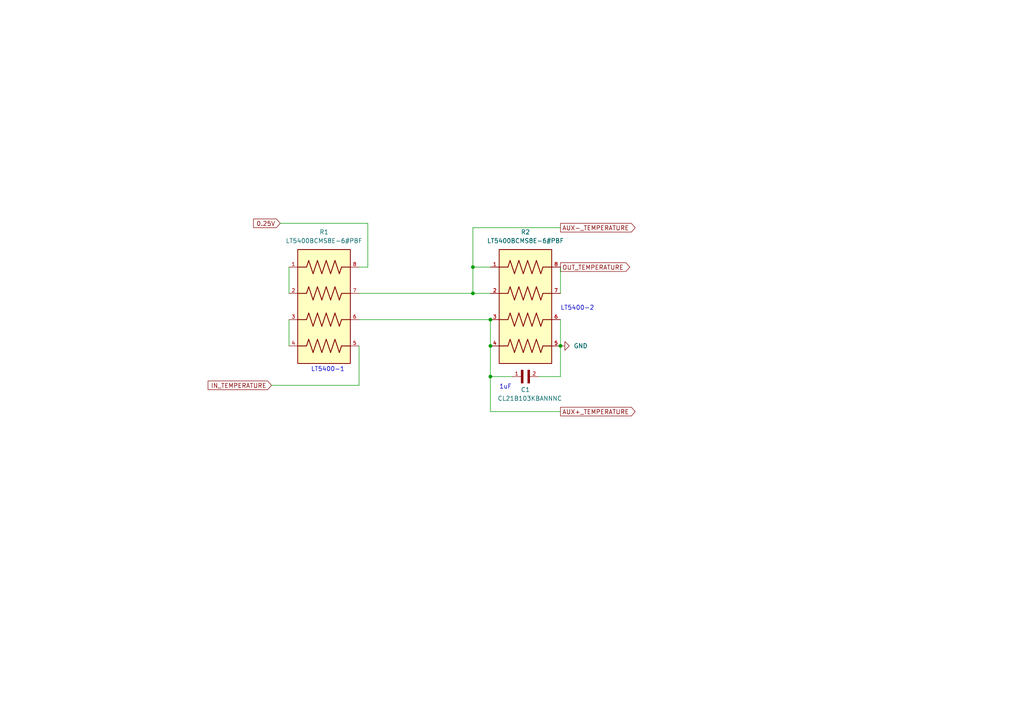
<source format=kicad_sch>
(kicad_sch (version 20211123) (generator eeschema)

  (uuid eff503e7-8c9e-4b05-8110-87348751e6f4)

  (paper "A4")

  (title_block
    (title "Acondicionamiento del sensor de Temperatura")
    (date "2023-06-11")
    (company "UC3M")
    (comment 1 "Además, se añade un filtrado de la señal a 10 Hz.")
    (comment 2 "Se realiza una amplificación de 2 de la señal del sensor.")
  )

  (lib_symbols
    (symbol "CL21B103KBANNNC:CL21B103KBANNNC" (pin_names (offset 1.016)) (in_bom yes) (on_board yes)
      (property "Reference" "C" (id 0) (at 0 3.81 0)
        (effects (font (size 1.27 1.27)) (justify left bottom))
      )
      (property "Value" "CL21B103KBANNNC" (id 1) (at 0 -5.08 0)
        (effects (font (size 1.27 1.27)) (justify left bottom))
      )
      (property "Footprint" "CAPC2012X140N" (id 2) (at 0 0 0)
        (effects (font (size 1.27 1.27)) (justify bottom) hide)
      )
      (property "Datasheet" "" (id 3) (at 0 0 0)
        (effects (font (size 1.27 1.27)) hide)
      )
      (symbol "CL21B103KBANNNC_0_0"
        (rectangle (start 0 -1.905) (end 0.635 1.905)
          (stroke (width 0.1) (type default) (color 0 0 0 0))
          (fill (type outline))
        )
        (rectangle (start 1.905 -1.905) (end 2.54 1.905)
          (stroke (width 0.1) (type default) (color 0 0 0 0))
          (fill (type outline))
        )
        (pin passive line (at 5.08 0 180) (length 2.54)
          (name "~" (effects (font (size 1.016 1.016))))
          (number "1" (effects (font (size 1.016 1.016))))
        )
        (pin passive line (at -2.54 0 0) (length 2.54)
          (name "~" (effects (font (size 1.016 1.016))))
          (number "2" (effects (font (size 1.016 1.016))))
        )
      )
    )
    (symbol "LT5400BCMS8E-6_PBF:LT5400BCMS8E-6#PBF" (pin_names (offset 1.016)) (in_bom yes) (on_board yes)
      (property "Reference" "R" (id 0) (at -7.62 16.51 0)
        (effects (font (size 1.27 1.27)) (justify left bottom))
      )
      (property "Value" "LT5400BCMS8E-6#PBF" (id 1) (at -7.62 -21.59 0)
        (effects (font (size 1.27 1.27)) (justify left bottom))
      )
      (property "Footprint" "SOP65P490X110-9N" (id 2) (at 0 0 0)
        (effects (font (size 1.27 1.27)) (justify bottom) hide)
      )
      (property "Datasheet" "" (id 3) (at 0 0 0)
        (effects (font (size 1.27 1.27)) hide)
      )
      (property "PARTREV" "I" (id 4) (at 0 0 0)
        (effects (font (size 1.27 1.27)) (justify bottom) hide)
      )
      (property "MANUFACTURER" "Linear Technology" (id 5) (at 0 0 0)
        (effects (font (size 1.27 1.27)) (justify bottom) hide)
      )
      (property "MAXIMUM_PACKAGE_HEIGHT" "1.1 mm" (id 6) (at 0 0 0)
        (effects (font (size 1.27 1.27)) (justify bottom) hide)
      )
      (property "STANDARD" "IPC 7351B" (id 7) (at 0 0 0)
        (effects (font (size 1.27 1.27)) (justify bottom) hide)
      )
      (symbol "LT5400BCMS8E-6#PBF_0_0"
        (rectangle (start -7.62 -17.78) (end 7.62 15.24)
          (stroke (width 0.254) (type default) (color 0 0 0 0))
          (fill (type background))
        )
        (polyline
          (pts
            (xy -5.08 -12.7)
            (xy -7.62 -12.7)
          )
          (stroke (width 0.254) (type default) (color 0 0 0 0))
          (fill (type none))
        )
        (polyline
          (pts
            (xy -5.08 -12.7)
            (xy -4.445 -10.795)
          )
          (stroke (width 0.254) (type default) (color 0 0 0 0))
          (fill (type none))
        )
        (polyline
          (pts
            (xy -5.08 -5.08)
            (xy -7.62 -5.08)
          )
          (stroke (width 0.254) (type default) (color 0 0 0 0))
          (fill (type none))
        )
        (polyline
          (pts
            (xy -5.08 -5.08)
            (xy -4.445 -3.175)
          )
          (stroke (width 0.254) (type default) (color 0 0 0 0))
          (fill (type none))
        )
        (polyline
          (pts
            (xy -5.08 2.54)
            (xy -7.62 2.54)
          )
          (stroke (width 0.254) (type default) (color 0 0 0 0))
          (fill (type none))
        )
        (polyline
          (pts
            (xy -5.08 2.54)
            (xy -4.445 4.445)
          )
          (stroke (width 0.254) (type default) (color 0 0 0 0))
          (fill (type none))
        )
        (polyline
          (pts
            (xy -5.08 10.16)
            (xy -7.62 10.16)
          )
          (stroke (width 0.254) (type default) (color 0 0 0 0))
          (fill (type none))
        )
        (polyline
          (pts
            (xy -5.08 10.16)
            (xy -4.445 12.065)
          )
          (stroke (width 0.254) (type default) (color 0 0 0 0))
          (fill (type none))
        )
        (polyline
          (pts
            (xy -4.445 -10.795)
            (xy -3.175 -14.605)
          )
          (stroke (width 0.254) (type default) (color 0 0 0 0))
          (fill (type none))
        )
        (polyline
          (pts
            (xy -4.445 -3.175)
            (xy -3.175 -6.985)
          )
          (stroke (width 0.254) (type default) (color 0 0 0 0))
          (fill (type none))
        )
        (polyline
          (pts
            (xy -4.445 4.445)
            (xy -3.175 0.635)
          )
          (stroke (width 0.254) (type default) (color 0 0 0 0))
          (fill (type none))
        )
        (polyline
          (pts
            (xy -4.445 12.065)
            (xy -3.175 8.255)
          )
          (stroke (width 0.254) (type default) (color 0 0 0 0))
          (fill (type none))
        )
        (polyline
          (pts
            (xy -3.175 -14.605)
            (xy -1.905 -10.795)
          )
          (stroke (width 0.254) (type default) (color 0 0 0 0))
          (fill (type none))
        )
        (polyline
          (pts
            (xy -3.175 -6.985)
            (xy -1.905 -3.175)
          )
          (stroke (width 0.254) (type default) (color 0 0 0 0))
          (fill (type none))
        )
        (polyline
          (pts
            (xy -3.175 0.635)
            (xy -1.905 4.445)
          )
          (stroke (width 0.254) (type default) (color 0 0 0 0))
          (fill (type none))
        )
        (polyline
          (pts
            (xy -3.175 8.255)
            (xy -1.905 12.065)
          )
          (stroke (width 0.254) (type default) (color 0 0 0 0))
          (fill (type none))
        )
        (polyline
          (pts
            (xy -1.905 -10.795)
            (xy -0.635 -14.605)
          )
          (stroke (width 0.254) (type default) (color 0 0 0 0))
          (fill (type none))
        )
        (polyline
          (pts
            (xy -1.905 -3.175)
            (xy -0.635 -6.985)
          )
          (stroke (width 0.254) (type default) (color 0 0 0 0))
          (fill (type none))
        )
        (polyline
          (pts
            (xy -1.905 4.445)
            (xy -0.635 0.635)
          )
          (stroke (width 0.254) (type default) (color 0 0 0 0))
          (fill (type none))
        )
        (polyline
          (pts
            (xy -1.905 12.065)
            (xy -0.635 8.255)
          )
          (stroke (width 0.254) (type default) (color 0 0 0 0))
          (fill (type none))
        )
        (polyline
          (pts
            (xy -0.635 -14.605)
            (xy 0.635 -10.795)
          )
          (stroke (width 0.254) (type default) (color 0 0 0 0))
          (fill (type none))
        )
        (polyline
          (pts
            (xy -0.635 -6.985)
            (xy 0.635 -3.175)
          )
          (stroke (width 0.254) (type default) (color 0 0 0 0))
          (fill (type none))
        )
        (polyline
          (pts
            (xy -0.635 0.635)
            (xy 0.635 4.445)
          )
          (stroke (width 0.254) (type default) (color 0 0 0 0))
          (fill (type none))
        )
        (polyline
          (pts
            (xy -0.635 8.255)
            (xy 0.635 12.065)
          )
          (stroke (width 0.254) (type default) (color 0 0 0 0))
          (fill (type none))
        )
        (polyline
          (pts
            (xy 0.635 -10.795)
            (xy 1.905 -14.605)
          )
          (stroke (width 0.254) (type default) (color 0 0 0 0))
          (fill (type none))
        )
        (polyline
          (pts
            (xy 0.635 -3.175)
            (xy 1.905 -6.985)
          )
          (stroke (width 0.254) (type default) (color 0 0 0 0))
          (fill (type none))
        )
        (polyline
          (pts
            (xy 0.635 4.445)
            (xy 1.905 0.635)
          )
          (stroke (width 0.254) (type default) (color 0 0 0 0))
          (fill (type none))
        )
        (polyline
          (pts
            (xy 0.635 12.065)
            (xy 1.905 8.255)
          )
          (stroke (width 0.254) (type default) (color 0 0 0 0))
          (fill (type none))
        )
        (polyline
          (pts
            (xy 1.905 -14.605)
            (xy 3.175 -10.795)
          )
          (stroke (width 0.254) (type default) (color 0 0 0 0))
          (fill (type none))
        )
        (polyline
          (pts
            (xy 1.905 -6.985)
            (xy 3.175 -3.175)
          )
          (stroke (width 0.254) (type default) (color 0 0 0 0))
          (fill (type none))
        )
        (polyline
          (pts
            (xy 1.905 0.635)
            (xy 3.175 4.445)
          )
          (stroke (width 0.254) (type default) (color 0 0 0 0))
          (fill (type none))
        )
        (polyline
          (pts
            (xy 1.905 8.255)
            (xy 3.175 12.065)
          )
          (stroke (width 0.254) (type default) (color 0 0 0 0))
          (fill (type none))
        )
        (polyline
          (pts
            (xy 3.175 -10.795)
            (xy 4.445 -14.605)
          )
          (stroke (width 0.254) (type default) (color 0 0 0 0))
          (fill (type none))
        )
        (polyline
          (pts
            (xy 3.175 -3.175)
            (xy 4.445 -6.985)
          )
          (stroke (width 0.254) (type default) (color 0 0 0 0))
          (fill (type none))
        )
        (polyline
          (pts
            (xy 3.175 4.445)
            (xy 4.445 0.635)
          )
          (stroke (width 0.254) (type default) (color 0 0 0 0))
          (fill (type none))
        )
        (polyline
          (pts
            (xy 3.175 12.065)
            (xy 4.445 8.255)
          )
          (stroke (width 0.254) (type default) (color 0 0 0 0))
          (fill (type none))
        )
        (polyline
          (pts
            (xy 4.445 -14.605)
            (xy 5.08 -12.7)
          )
          (stroke (width 0.254) (type default) (color 0 0 0 0))
          (fill (type none))
        )
        (polyline
          (pts
            (xy 4.445 -6.985)
            (xy 5.08 -5.08)
          )
          (stroke (width 0.254) (type default) (color 0 0 0 0))
          (fill (type none))
        )
        (polyline
          (pts
            (xy 4.445 0.635)
            (xy 5.08 2.54)
          )
          (stroke (width 0.254) (type default) (color 0 0 0 0))
          (fill (type none))
        )
        (polyline
          (pts
            (xy 4.445 8.255)
            (xy 5.08 10.16)
          )
          (stroke (width 0.254) (type default) (color 0 0 0 0))
          (fill (type none))
        )
        (polyline
          (pts
            (xy 5.08 -12.7)
            (xy 7.62 -12.7)
          )
          (stroke (width 0.254) (type default) (color 0 0 0 0))
          (fill (type none))
        )
        (polyline
          (pts
            (xy 5.08 -5.08)
            (xy 7.62 -5.08)
          )
          (stroke (width 0.254) (type default) (color 0 0 0 0))
          (fill (type none))
        )
        (polyline
          (pts
            (xy 5.08 2.54)
            (xy 7.62 2.54)
          )
          (stroke (width 0.254) (type default) (color 0 0 0 0))
          (fill (type none))
        )
        (polyline
          (pts
            (xy 5.08 10.16)
            (xy 7.62 10.16)
          )
          (stroke (width 0.254) (type default) (color 0 0 0 0))
          (fill (type none))
        )
        (pin passive line (at -10.16 10.16 0) (length 2.54)
          (name "~" (effects (font (size 1.016 1.016))))
          (number "1" (effects (font (size 1.016 1.016))))
        )
        (pin passive line (at -10.16 2.54 0) (length 2.54)
          (name "~" (effects (font (size 1.016 1.016))))
          (number "2" (effects (font (size 1.016 1.016))))
        )
        (pin passive line (at -10.16 -5.08 0) (length 2.54)
          (name "~" (effects (font (size 1.016 1.016))))
          (number "3" (effects (font (size 1.016 1.016))))
        )
        (pin passive line (at -10.16 -12.7 0) (length 2.54)
          (name "~" (effects (font (size 1.016 1.016))))
          (number "4" (effects (font (size 1.016 1.016))))
        )
        (pin passive line (at 10.16 -12.7 180) (length 2.54)
          (name "~" (effects (font (size 1.016 1.016))))
          (number "5" (effects (font (size 1.016 1.016))))
        )
        (pin passive line (at 10.16 -5.08 180) (length 2.54)
          (name "~" (effects (font (size 1.016 1.016))))
          (number "6" (effects (font (size 1.016 1.016))))
        )
        (pin passive line (at 10.16 2.54 180) (length 2.54)
          (name "~" (effects (font (size 1.016 1.016))))
          (number "7" (effects (font (size 1.016 1.016))))
        )
        (pin passive line (at 10.16 10.16 180) (length 2.54)
          (name "~" (effects (font (size 1.016 1.016))))
          (number "8" (effects (font (size 1.016 1.016))))
        )
      )
    )
    (symbol "power:GND" (power) (pin_names (offset 0)) (in_bom yes) (on_board yes)
      (property "Reference" "#PWR" (id 0) (at 0 -6.35 0)
        (effects (font (size 1.27 1.27)) hide)
      )
      (property "Value" "GND" (id 1) (at 0 -3.81 0)
        (effects (font (size 1.27 1.27)))
      )
      (property "Footprint" "" (id 2) (at 0 0 0)
        (effects (font (size 1.27 1.27)) hide)
      )
      (property "Datasheet" "" (id 3) (at 0 0 0)
        (effects (font (size 1.27 1.27)) hide)
      )
      (property "ki_keywords" "power-flag" (id 4) (at 0 0 0)
        (effects (font (size 1.27 1.27)) hide)
      )
      (property "ki_description" "Power symbol creates a global label with name \"GND\" , ground" (id 5) (at 0 0 0)
        (effects (font (size 1.27 1.27)) hide)
      )
      (symbol "GND_0_1"
        (polyline
          (pts
            (xy 0 0)
            (xy 0 -1.27)
            (xy 1.27 -1.27)
            (xy 0 -2.54)
            (xy -1.27 -1.27)
            (xy 0 -1.27)
          )
          (stroke (width 0) (type default) (color 0 0 0 0))
          (fill (type none))
        )
      )
      (symbol "GND_1_1"
        (pin power_in line (at 0 0 270) (length 0) hide
          (name "GND" (effects (font (size 1.27 1.27))))
          (number "1" (effects (font (size 1.27 1.27))))
        )
      )
    )
  )

  (junction (at 142.24 109.22) (diameter 0) (color 0 0 0 0)
    (uuid 005e6e5a-fe35-47ac-8b33-6ae55a4ccfdc)
  )
  (junction (at 137.16 77.47) (diameter 0) (color 0 0 0 0)
    (uuid 0b7d3460-dec5-4b84-80ac-b2f3bf614307)
  )
  (junction (at 142.24 92.71) (diameter 0) (color 0 0 0 0)
    (uuid 15d26f55-73e3-41ff-8d04-36a3cb9f179a)
  )
  (junction (at 142.24 100.33) (diameter 0) (color 0 0 0 0)
    (uuid 530a6832-95df-4f0d-ab62-a0e966bf6754)
  )
  (junction (at 137.16 85.09) (diameter 0) (color 0 0 0 0)
    (uuid 74630161-b857-446d-bdfd-69da0a5f9a58)
  )
  (junction (at 162.56 100.33) (diameter 0) (color 0 0 0 0)
    (uuid f9ce13a1-fc59-4323-bb49-fce10e52b362)
  )

  (wire (pts (xy 137.16 77.47) (xy 137.16 66.04))
    (stroke (width 0) (type default) (color 0 0 0 0))
    (uuid 042c1824-e561-4021-a4a0-fb14c161eb25)
  )
  (wire (pts (xy 162.56 77.47) (xy 162.56 85.09))
    (stroke (width 0) (type default) (color 0 0 0 0))
    (uuid 22075d1b-cc92-4975-bae3-704b9075bfac)
  )
  (wire (pts (xy 142.24 92.71) (xy 142.24 100.33))
    (stroke (width 0) (type default) (color 0 0 0 0))
    (uuid 2ed135e4-c1bf-440a-876d-df94c7dab183)
  )
  (wire (pts (xy 83.82 77.47) (xy 83.82 85.09))
    (stroke (width 0) (type default) (color 0 0 0 0))
    (uuid 31e6e151-6215-48c8-8245-373295e4f541)
  )
  (wire (pts (xy 104.14 85.09) (xy 137.16 85.09))
    (stroke (width 0) (type default) (color 0 0 0 0))
    (uuid 4066fff5-d92a-4b77-b2b3-b8cbecd34ee5)
  )
  (wire (pts (xy 78.74 111.76) (xy 104.14 111.76))
    (stroke (width 0) (type default) (color 0 0 0 0))
    (uuid 4b3075e3-b0d3-4005-a59b-a76b4c5c1f6a)
  )
  (wire (pts (xy 142.24 109.22) (xy 142.24 119.38))
    (stroke (width 0) (type default) (color 0 0 0 0))
    (uuid 4ef74871-1d6d-47b9-8288-cecf5f5fd018)
  )
  (wire (pts (xy 162.56 92.71) (xy 162.56 100.33))
    (stroke (width 0) (type default) (color 0 0 0 0))
    (uuid 5bd6abcd-529c-4570-ba87-86ae98241990)
  )
  (wire (pts (xy 83.82 92.71) (xy 83.82 100.33))
    (stroke (width 0) (type default) (color 0 0 0 0))
    (uuid 61be0b11-03b7-479d-933d-a549d43b6d54)
  )
  (wire (pts (xy 137.16 77.47) (xy 142.24 77.47))
    (stroke (width 0) (type default) (color 0 0 0 0))
    (uuid 6bdc28b7-5f7a-405a-a2c3-8038a0bba9c8)
  )
  (wire (pts (xy 162.56 109.22) (xy 162.56 100.33))
    (stroke (width 0) (type default) (color 0 0 0 0))
    (uuid 879db279-079d-494b-a7d3-be5e71b027cd)
  )
  (wire (pts (xy 106.68 77.47) (xy 104.14 77.47))
    (stroke (width 0) (type default) (color 0 0 0 0))
    (uuid 93b455a9-746b-44ce-8084-df2fe6ba6d15)
  )
  (wire (pts (xy 142.24 100.33) (xy 142.24 109.22))
    (stroke (width 0) (type default) (color 0 0 0 0))
    (uuid a518a1d1-6f06-4567-bb5d-61c05181a85f)
  )
  (wire (pts (xy 137.16 85.09) (xy 137.16 77.47))
    (stroke (width 0) (type default) (color 0 0 0 0))
    (uuid a5bda691-cbb1-4b90-acd9-aa52a518ddb9)
  )
  (wire (pts (xy 137.16 85.09) (xy 142.24 85.09))
    (stroke (width 0) (type default) (color 0 0 0 0))
    (uuid aa8064b0-c4a7-4824-abfe-b2fd700bbace)
  )
  (wire (pts (xy 137.16 66.04) (xy 162.56 66.04))
    (stroke (width 0) (type default) (color 0 0 0 0))
    (uuid b5e783e2-963f-4486-9377-299351aa9171)
  )
  (wire (pts (xy 104.14 111.76) (xy 104.14 100.33))
    (stroke (width 0) (type default) (color 0 0 0 0))
    (uuid bdb9aa96-3b05-40c2-b651-ccbfd3bb93bf)
  )
  (wire (pts (xy 142.24 109.22) (xy 148.59 109.22))
    (stroke (width 0) (type default) (color 0 0 0 0))
    (uuid d4249ebb-c1a4-4e43-a5d5-c9e22126ae17)
  )
  (wire (pts (xy 142.24 119.38) (xy 162.56 119.38))
    (stroke (width 0) (type default) (color 0 0 0 0))
    (uuid d59c6cd2-10b6-40dd-ad99-252324aea5dd)
  )
  (wire (pts (xy 156.21 109.22) (xy 162.56 109.22))
    (stroke (width 0) (type default) (color 0 0 0 0))
    (uuid e383f671-e169-41d7-8425-77407ccd261b)
  )
  (wire (pts (xy 104.14 92.71) (xy 142.24 92.71))
    (stroke (width 0) (type default) (color 0 0 0 0))
    (uuid ef870ce3-dbd2-443f-87f8-f36461145ff5)
  )
  (wire (pts (xy 81.28 64.77) (xy 106.68 64.77))
    (stroke (width 0) (type default) (color 0 0 0 0))
    (uuid fafad0ec-ac33-4c3e-b5cf-d9fe0dc83da5)
  )
  (wire (pts (xy 106.68 64.77) (xy 106.68 77.47))
    (stroke (width 0) (type default) (color 0 0 0 0))
    (uuid ff0ef170-281b-4c93-a7f4-1f7a4f1f404a)
  )

  (text "LT5400-2\n" (at 162.56 90.17 0)
    (effects (font (size 1.27 1.27)) (justify left bottom))
    (uuid 43e93315-50e8-4e9c-9a7f-70616b2cb45b)
  )
  (text "LT5400-1" (at 90.17 107.95 0)
    (effects (font (size 1.27 1.27)) (justify left bottom))
    (uuid 7a5e6d7d-0ee9-4b44-891a-8626c4de7f4b)
  )
  (text "1uF" (at 144.78 113.03 0)
    (effects (font (size 1.27 1.27)) (justify left bottom))
    (uuid 9f04f8d6-0689-4f1d-9507-fd87af7ee952)
  )

  (global_label "AUX+_TEMPERATURE" (shape output) (at 162.56 119.38 0) (fields_autoplaced)
    (effects (font (size 1.27 1.27)) (justify left))
    (uuid 2adaf45f-ddf1-4f36-91bf-94e4153987ce)
    (property "Intersheet References" "${INTERSHEET_REFS}" (id 0) (at 184.2045 119.3006 0)
      (effects (font (size 1.27 1.27)) (justify left) hide)
    )
  )
  (global_label "IN_TEMPERATURE" (shape input) (at 78.74 111.76 180) (fields_autoplaced)
    (effects (font (size 1.27 1.27)) (justify right))
    (uuid 2ba65804-f3e1-4436-b79c-5c7aed6df052)
    (property "Intersheet References" "${INTERSHEET_REFS}" (id 0) (at 60.3612 111.6806 0)
      (effects (font (size 1.27 1.27)) (justify right) hide)
    )
  )
  (global_label "0.25V" (shape input) (at 81.28 64.77 180) (fields_autoplaced)
    (effects (font (size 1.27 1.27)) (justify right))
    (uuid 3e954632-ab3f-4cd0-94ba-56650c217b59)
    (property "Intersheet References" "${INTERSHEET_REFS}" (id 0) (at 73.545 64.6906 0)
      (effects (font (size 1.27 1.27)) (justify right) hide)
    )
  )
  (global_label "OUT_TEMPERATURE" (shape output) (at 162.56 77.47 0) (fields_autoplaced)
    (effects (font (size 1.27 1.27)) (justify left))
    (uuid 49c0f7e1-400e-4b77-b835-835803fb0f60)
    (property "Intersheet References" "${INTERSHEET_REFS}" (id 0) (at 182.6321 77.3906 0)
      (effects (font (size 1.27 1.27)) (justify left) hide)
    )
  )
  (global_label "AUX-_TEMPERATURE" (shape output) (at 162.56 66.04 0) (fields_autoplaced)
    (effects (font (size 1.27 1.27)) (justify left))
    (uuid eb932d1e-5bba-43a8-9210-963d78135432)
    (property "Intersheet References" "${INTERSHEET_REFS}" (id 0) (at 184.2045 65.9606 0)
      (effects (font (size 1.27 1.27)) (justify left) hide)
    )
  )

  (symbol (lib_id "power:GND") (at 162.56 100.33 90) (unit 1)
    (in_bom yes) (on_board yes) (fields_autoplaced)
    (uuid 1748eff1-50cd-4c62-830a-b10ee2d59f72)
    (property "Reference" "#PWR0102" (id 0) (at 168.91 100.33 0)
      (effects (font (size 1.27 1.27)) hide)
    )
    (property "Value" "GND" (id 1) (at 166.37 100.3299 90)
      (effects (font (size 1.27 1.27)) (justify right))
    )
    (property "Footprint" "" (id 2) (at 162.56 100.33 0)
      (effects (font (size 1.27 1.27)) hide)
    )
    (property "Datasheet" "" (id 3) (at 162.56 100.33 0)
      (effects (font (size 1.27 1.27)) hide)
    )
    (pin "1" (uuid d46054d8-7515-4b13-a40f-37c2de2b9913))
  )

  (symbol (lib_id "LT5400BCMS8E-6_PBF:LT5400BCMS8E-6#PBF") (at 93.98 87.63 0) (unit 1)
    (in_bom yes) (on_board yes) (fields_autoplaced)
    (uuid 265146cd-0f79-4839-94c1-5b3a7b5c9595)
    (property "Reference" "R1" (id 0) (at 93.98 67.31 0))
    (property "Value" "LT5400BCMS8E-6#PBF" (id 1) (at 93.98 69.85 0))
    (property "Footprint" "SOP65P490X110-9N" (id 2) (at 93.98 87.63 0)
      (effects (font (size 1.27 1.27)) (justify bottom) hide)
    )
    (property "Datasheet" "" (id 3) (at 93.98 87.63 0)
      (effects (font (size 1.27 1.27)) hide)
    )
    (property "PARTREV" "I" (id 4) (at 93.98 87.63 0)
      (effects (font (size 1.27 1.27)) (justify bottom) hide)
    )
    (property "MANUFACTURER" "Linear Technology" (id 5) (at 93.98 87.63 0)
      (effects (font (size 1.27 1.27)) (justify bottom) hide)
    )
    (property "MAXIMUM_PACKAGE_HEIGHT" "1.1 mm" (id 6) (at 93.98 87.63 0)
      (effects (font (size 1.27 1.27)) (justify bottom) hide)
    )
    (property "STANDARD" "IPC 7351B" (id 7) (at 93.98 87.63 0)
      (effects (font (size 1.27 1.27)) (justify bottom) hide)
    )
    (pin "1" (uuid 39c22781-be74-4aaa-a97b-7cdc554bcace))
    (pin "2" (uuid 17f2bd98-c3e1-4c3e-b3e6-d92b9185d266))
    (pin "3" (uuid 290ccd87-ad80-4668-b711-5873ef2b4d4c))
    (pin "4" (uuid 51b62a8c-5892-4e32-8636-51114e6135dc))
    (pin "5" (uuid b02d034b-38dd-40d6-a358-39b5846aaae0))
    (pin "6" (uuid bca3105b-abfa-4a5f-b8cc-41c168228c23))
    (pin "7" (uuid 3b0e9535-1010-431a-8e24-b09e13dabe73))
    (pin "8" (uuid e5263836-9f97-41e7-bf71-ccc1a67e1cb4))
  )

  (symbol (lib_id "LT5400BCMS8E-6_PBF:LT5400BCMS8E-6#PBF") (at 152.4 87.63 0) (unit 1)
    (in_bom yes) (on_board yes) (fields_autoplaced)
    (uuid 332aa1fb-57e1-44af-bafe-ce67913eb8a6)
    (property "Reference" "R2" (id 0) (at 152.4 67.31 0))
    (property "Value" "LT5400BCMS8E-6#PBF" (id 1) (at 152.4 69.85 0))
    (property "Footprint" "SOP65P490X110-9N" (id 2) (at 152.4 87.63 0)
      (effects (font (size 1.27 1.27)) (justify bottom) hide)
    )
    (property "Datasheet" "" (id 3) (at 152.4 87.63 0)
      (effects (font (size 1.27 1.27)) hide)
    )
    (property "PARTREV" "I" (id 4) (at 152.4 87.63 0)
      (effects (font (size 1.27 1.27)) (justify bottom) hide)
    )
    (property "MANUFACTURER" "Linear Technology" (id 5) (at 152.4 87.63 0)
      (effects (font (size 1.27 1.27)) (justify bottom) hide)
    )
    (property "MAXIMUM_PACKAGE_HEIGHT" "1.1 mm" (id 6) (at 152.4 87.63 0)
      (effects (font (size 1.27 1.27)) (justify bottom) hide)
    )
    (property "STANDARD" "IPC 7351B" (id 7) (at 152.4 87.63 0)
      (effects (font (size 1.27 1.27)) (justify bottom) hide)
    )
    (pin "1" (uuid c492054f-3344-4b21-a7d5-5d6a4aa9c7f3))
    (pin "2" (uuid 8da5c0a5-b59a-45b9-aa6d-dba7af180489))
    (pin "3" (uuid b240de53-0d85-49d1-897e-f5f57f4fb100))
    (pin "4" (uuid 21607ef7-ce6d-4200-8690-2794060c96ed))
    (pin "5" (uuid bd2897cc-b16f-46f0-b6e1-4bdb5e4b2b42))
    (pin "6" (uuid a8f75324-1c25-416e-9f6b-c8387976f559))
    (pin "7" (uuid beff3780-d1ac-44d0-b3b5-374cd6fb15cd))
    (pin "8" (uuid b809d1a1-a959-4430-b48f-1e00b165f67c))
  )

  (symbol (lib_id "CL21B103KBANNNC:CL21B103KBANNNC") (at 153.67 109.22 180) (unit 1)
    (in_bom yes) (on_board yes)
    (uuid ae2f65a6-f0f8-4ff8-b30e-601887b7ad58)
    (property "Reference" "C1" (id 0) (at 152.4 113.03 0))
    (property "Value" "CL21B103KBANNNC" (id 1) (at 153.67 115.57 0))
    (property "Footprint" "CAPC2012X140N" (id 2) (at 153.67 109.22 0)
      (effects (font (size 1.27 1.27)) (justify bottom) hide)
    )
    (property "Datasheet" "" (id 3) (at 153.67 109.22 0)
      (effects (font (size 1.27 1.27)) hide)
    )
    (pin "1" (uuid 71f17c79-b4f0-47b9-9dce-bcaae2fc5034))
    (pin "2" (uuid 1c2e6a17-c91e-44cc-81e4-d9726fc2cd9e))
  )
)

</source>
